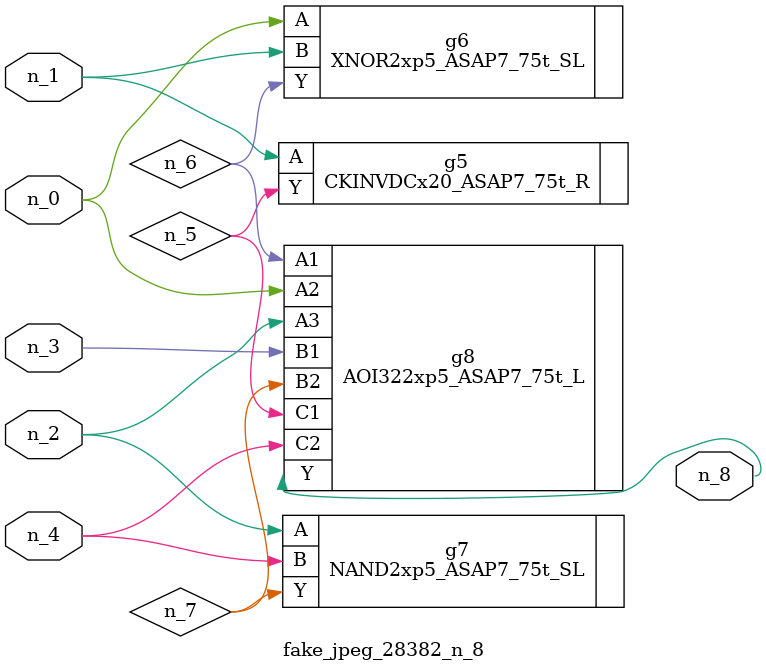
<source format=v>
module fake_jpeg_28382_n_8 (n_3, n_2, n_1, n_0, n_4, n_8);

input n_3;
input n_2;
input n_1;
input n_0;
input n_4;

output n_8;

wire n_6;
wire n_5;
wire n_7;

CKINVDCx20_ASAP7_75t_R g5 ( 
.A(n_1),
.Y(n_5)
);

XNOR2xp5_ASAP7_75t_SL g6 ( 
.A(n_0),
.B(n_1),
.Y(n_6)
);

NAND2xp5_ASAP7_75t_SL g7 ( 
.A(n_2),
.B(n_4),
.Y(n_7)
);

AOI322xp5_ASAP7_75t_L g8 ( 
.A1(n_6),
.A2(n_0),
.A3(n_2),
.B1(n_3),
.B2(n_7),
.C1(n_5),
.C2(n_4),
.Y(n_8)
);


endmodule
</source>
